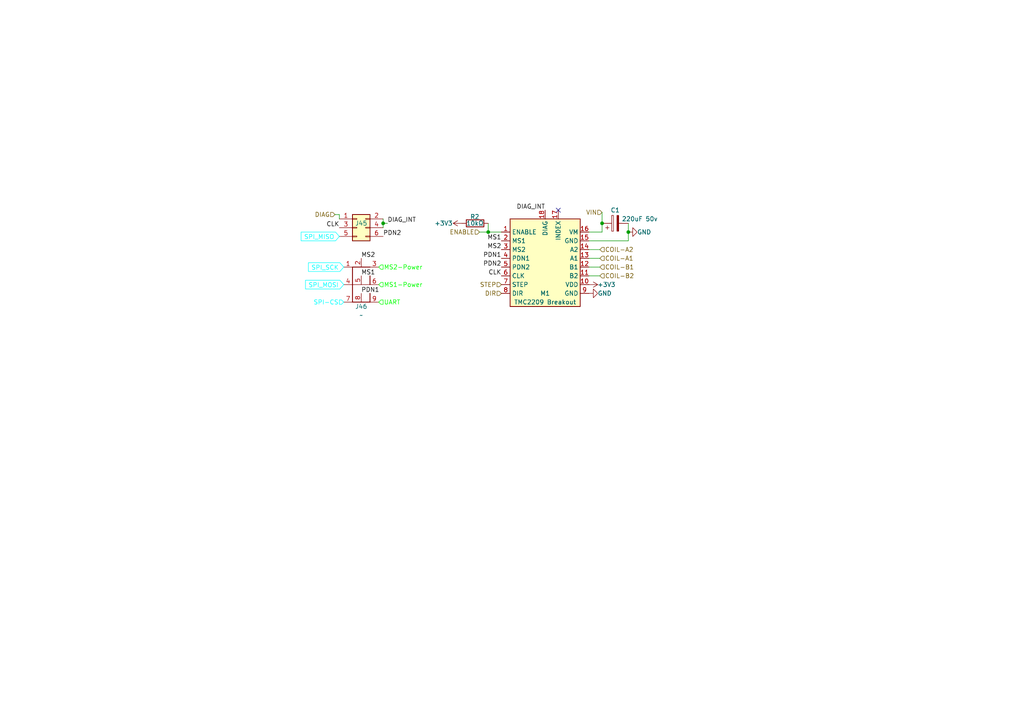
<source format=kicad_sch>
(kicad_sch (version 20231120) (generator "eeschema") (generator_version "8.0")
  (paper "A4")
  (lib_symbols
    (symbol "Connector_Generic:Conn_02x03_Odd_Even" (pin_names (offset 1.016) hide)
      (property "Reference" "J" (at 1.27 5.08 0))
      (property "Value" "Conn_02x03_Odd_Even" (at 1.27 -5.08 0))
      (symbol "Conn_02x03_Odd_Even_1_1"
        (rectangle (start -1.27 -2.413) (end 0 -2.667) (stroke (width 0.1524)))
        (rectangle (start -1.27 0.127) (end 0 -0.127) (stroke (width 0.1524)))
        (rectangle (start -1.27 2.667) (end 0 2.413) (stroke (width 0.1524)))
        (rectangle (start -1.27 3.81) (end 3.81 -3.81) (stroke (width 0.254)) (fill (type background)))
        (rectangle (start 3.81 -2.413) (end 2.54 -2.667) (stroke (width 0.1524)))
        (rectangle (start 3.81 0.127) (end 2.54 -0.127) (stroke (width 0.1524)))
        (rectangle (start 3.81 2.667) (end 2.54 2.413) (stroke (width 0.1524)))
        (pin passive line (at -5.08 2.54 0) (length 3.81) (name "Pin_1") (number "1"))
        (pin passive line (at 7.62 2.54 180) (length 3.81) (name "Pin_2") (number "2"))
        (pin passive line (at -5.08 0 0) (length 3.81) (name "Pin_3") (number "3"))
        (pin passive line (at 7.62 0 180) (length 3.81) (name "Pin_4") (number "4"))
        (pin passive line (at -5.08 -2.54 0) (length 3.81) (name "Pin_5") (number "5"))
        (pin passive line (at 7.62 -2.54 180) (length 3.81) (name "Pin_6") (number "6"))
      )
    )
    (symbol "CustomSymbols:3x9_Pin_Connector"
      (property "Reference" "M" (at 0 0 0))
      (symbol "3x9_Pin_Connector_0_1"
        (polyline (pts (xy -2.54 6.35) (xy 2.54 6.35)))
      )
      (symbol "3x9_Pin_Connector_1_1"
        (polyline (pts (xy 2.54 1.27) (xy 2.54 3.81)) (stroke (width 0.254)))
        (polyline (pts (xy 2.54 6.35) (xy 2.54 8.89)) (stroke (width 0.254)))
        (polyline (pts (xy 2.54 1.27) (xy -2.54 1.27) (xy -2.54 11.43) (xy 2.54 11.43)) (stroke (width 0.254)))
        (pin bidirectional line (at -5.08 11.43 0) (length 2.54) (name "") (number "1"))
        (pin bidirectional line (at 0 13.97 270) (length 2.54) (name "") (number "2"))
        (pin bidirectional line (at 5.08 11.43 180) (length 2.54) (name "") (number "3"))
        (pin bidirectional line (at -5.08 6.35 0) (length 2.54) (name "") (number "4"))
        (pin bidirectional line (at 0 8.89 270) (length 2.54) (name "") (number "5"))
        (pin bidirectional line (at 5.08 6.35 180) (length 2.54) (name "") (number "6"))
        (pin bidirectional line (at -5.08 1.27 0) (length 2.54) (name "") (number "7"))
        (pin bidirectional line (at 0 3.81 270) (length 2.54) (name "") (number "8"))
        (pin bidirectional line (at 5.08 1.27 180) (length 2.54) (name "") (number "9"))
      )
    )
    (symbol "CustomSymbols:TMC2209 StepStick Breakout"
      (property "Reference" "M" (at 1.27 -3.81 0))
      (property "Value" "TMC2209 Breakout" (at 11.43 -7.62 0))
      (symbol "TMC2209 StepStick Breakout_0_1"
        (rectangle (start -7.62 16.51) (end 12.7 -8.89) (stroke (width 0.254)) (fill (type background)))
      )
      (symbol "TMC2209 StepStick Breakout_1_1"
        (pin input line (at -10.16 12.7 0) (length 2.54) (name "ENABLE") (number "1"))
        (pin input line (at 15.24 -2.54 180) (length 2.54) (name "VDD") (number "10"))
        (pin output line (at 15.24 0 180) (length 2.54) (name "B2") (number "11"))
        (pin output line (at 15.24 2.54 180) (length 2.54) (name "B1") (number "12"))
        (pin output line (at 15.24 5.08 180) (length 2.54) (name "A1") (number "13"))
        (pin output line (at 15.24 7.62 180) (length 2.54) (name "A2") (number "14"))
        (pin input line (at 15.24 10.16 180) (length 2.54) (name "GND") (number "15"))
        (pin input line (at 15.24 12.7 180) (length 2.54) (name "VM") (number "16"))
        (pin input line (at 6.35 19.05 270) (length 2.54) (name "INDEX") (number "17"))
        (pin output line (at 2.54 19.05 270) (length 2.54) (name "DIAG") (number "18"))
        (pin input line (at -10.16 10.16 0) (length 2.54) (name "MS1") (number "2"))
        (pin input line (at -10.16 7.62 0) (length 2.54) (name "MS2") (number "3"))
        (pin output line (at -10.16 5.08 0) (length 2.54) (name "PDN1") (number "4"))
        (pin output line (at -10.16 2.54 0) (length 2.54) (name "PDN2") (number "5"))
        (pin input line (at -10.16 0 0) (length 2.54) (name "CLK") (number "6"))
        (pin input line (at -10.16 -2.54 0) (length 2.54) (name "STEP") (number "7"))
        (pin input line (at -10.16 -5.08 0) (length 2.54) (name "DIR") (number "8"))
        (pin input line (at 15.24 -5.08 180) (length 2.54) (name "GND") (number "9"))
      )
    )
    (symbol "Device:C_Polarized" (pin_numbers hide) (pin_names (offset 0.254))
      (property "Reference" "C" (at 0.635 2.54 0))
      (property "Value" "C_Polarized" (at 0.635 -2.54 0))
      (symbol "C_Polarized_0_1"
        (rectangle (start -2.286 0.508) (end 2.286 1.016))
        (polyline (pts (xy -1.778 2.286) (xy -0.762 2.286)))
        (polyline (pts (xy -1.27 2.794) (xy -1.27 1.778)))
        (rectangle (start 2.286 -0.508) (end -2.286 -1.016) (fill (type outline)))
      )
      (symbol "C_Polarized_1_1"
        (pin passive line (at 0 3.81 270) (length 2.794) (name "~") (number "1"))
        (pin passive line (at 0 -3.81 90) (length 2.794) (name "~") (number "2"))
      )
    )
    (symbol "Device:R" (pin_numbers hide) (pin_names (offset 0))
      (property "Reference" "R" (at 2.032 0 90))
      (property "Value" "R" (at 0 0 90))
      (symbol "R_0_1"
        (rectangle (start -1.016 -2.54) (end 1.016 2.54) (stroke (width 0.254)))
      )
      (symbol "R_1_1"
        (pin passive line (at 0 3.81 270) (length 1.27) (name "~") (number "1"))
        (pin passive line (at 0 -3.81 90) (length 1.27) (name "~") (number "2"))
      )
    )
    (symbol "power:+3V3" (power) (pin_names (offset 0))
      (property "Value" "+3V3" (at 0 3.556 0))
      (symbol "+3V3_0_1"
        (polyline (pts (xy -0.762 1.27) (xy 0 2.54)))
        (polyline (pts (xy 0 0) (xy 0 2.54)))
        (polyline (pts (xy 0 2.54) (xy 0.762 1.27)))
      )
      (symbol "+3V3_1_1"
        (pin power_in line (at 0 0 90) (length 0) hide (name "+3V3") (number "1"))
      )
    )
    (symbol "power:GND" (power) (pin_names (offset 0))
      (property "Value" "GND" (at 0 -3.81 0))
      (symbol "GND_0_1"
        (polyline (pts (xy 0 0) (xy 0 -1.27) (xy 1.27 -1.27) (xy 0 -2.54) (xy -1.27 -1.27) (xy 0 -1.27)))
      )
      (symbol "GND_1_1"
        (pin power_in line (at 0 0 270) (length 0) hide (name "GND") (number "1"))
      )
    )
  )
  (junction (at 111.125 64.77))
  (junction (at 174.625 64.77))
  (junction (at 182.245 67.31))
  (junction (at 141.605 67.31))
  (no_connect (at 161.925 60.96))
  (wire (pts (xy 111.125 64.77) (xy 111.125 66.04)))
  (wire (pts (xy 97.155 62.23) (xy 98.425 62.23)))
  (wire (pts (xy 170.815 77.47) (xy 173.99 77.47)))
  (wire (pts (xy 141.605 64.77) (xy 141.605 67.31)))
  (wire (pts (xy 141.605 67.31) (xy 145.415 67.31)))
  (wire (pts (xy 174.625 61.595) (xy 174.625 64.77)))
  (wire (pts (xy 111.125 63.5) (xy 111.125 64.77)))
  (wire (pts (xy 182.245 64.77) (xy 182.245 67.31)))
  (wire (pts (xy 170.815 74.93) (xy 173.99 74.93)))
  (wire (pts (xy 112.395 64.77) (xy 111.125 64.77)))
  (wire (pts (xy 98.425 62.23) (xy 98.425 63.5)))
  (wire (pts (xy 139.065 67.31) (xy 141.605 67.31)))
  (wire (pts (xy 182.245 69.85) (xy 170.815 69.85)))
  (wire (pts (xy 170.815 72.39) (xy 173.99 72.39)))
  (wire (pts (xy 170.815 80.01) (xy 173.99 80.01)))
  (wire (pts (xy 174.625 67.31) (xy 170.815 67.31)))
  (wire (pts (xy 174.625 64.77) (xy 174.625 67.31)))
  (wire (pts (xy 182.245 67.31) (xy 182.245 69.85)))
  (label "PDN1" (at 104.775 85.09 0))
  (label "PDN1" (at 145.415 74.93 180))
  (label "DIAG_INT" (at 112.395 64.77 0))
  (label "MS2" (at 104.775 74.93 0))
  (label "MS1" (at 104.775 80.01 0))
  (label "PDN2" (at 111.125 68.58 0))
  (label "CLK" (at 98.425 66.04 180))
  (label "CLK" (at 145.415 80.01 180))
  (label "MS1" (at 145.415 69.85 180))
  (label "DIAG_INT" (at 158.115 60.96 180))
  (label "PDN2" (at 145.415 77.47 180))
  (label "MS2" (at 145.415 72.39 180))
  (global_label "SPI_MISO" (shape input) (at 98.425 68.58 180) (property "Intersheetrefs" "${INTERSHEET_REFS}" (effects (hide yes))))
  (global_label "SPI_MOSI" (shape input) (at 99.695 82.55 180) (property "Intersheetrefs" "${INTERSHEET_REFS}" (effects (hide yes))))
  (global_label "SPI_SCK" (shape input) (at 99.695 77.47 180) (property "Intersheetrefs" "${INTERSHEET_REFS}" (effects (hide yes))))
  (hierarchical_label "STEP" (shape input) (at 145.415 82.55 180))
  (hierarchical_label "VIN" (shape input) (at 174.625 61.595 180))
  (hierarchical_label "COIL-B2" (shape input) (at 173.99 80.01 0))
  (hierarchical_label "ENABLE" (shape input) (at 139.065 67.31 180))
  (hierarchical_label "MS1-Power" (shape input) (at 109.855 82.55 0))
  (hierarchical_label "COIL-A1" (shape input) (at 173.99 74.93 0))
  (hierarchical_label "MS2-Power" (shape input) (at 109.855 77.47 0))
  (hierarchical_label "COIL-B1" (shape input) (at 173.99 77.47 0))
  (hierarchical_label "COIL-A2" (shape input) (at 173.99 72.39 0))
  (hierarchical_label "DIAG" (shape input) (at 97.155 62.23 180))
  (hierarchical_label "UART" (shape input) (at 109.855 87.63 0))
  (hierarchical_label "DIR" (shape input) (at 145.415 85.09 180))
  (hierarchical_label "SPI-CS" (shape input) (at 99.695 87.63 180))
  (symbol (lib_id "CustomSymbols:TMC2209 StepStick Breakout") (at 155.575 80.01 0) (unit 1)
    (property "Reference" "M1" (at 158.115 85.09 0))
    (property "Value" "TMC2209 Breakout" (at 158.115 87.63 0))
    (property "Footprint" "CustomFootprints:TMC2209 Footprint" (effects (hide yes)))
  )
  (symbol (lib_id "Device:R") (at 137.795 64.77 90) (unit 1)
    (property "Reference" "R2" (at 139.065 62.865 90) (effects (justify left)))
    (property "Value" "10kΩ" (at 140.335 64.77 90) (effects (justify left)))
    (property "Footprint" "PCM_Resistor_SMD_AKL:R_0603_1608Metric" (effects (hide yes)))
  )
  (symbol (lib_id "power:+3V3") (at 170.815 82.55 270) (unit 1)
    (property "Reference" "#PWR047" (effects (hide yes)))
    (property "Value" "+3V3" (at 175.895 82.55 90))
  )
  (symbol (lib_id "Connector_Generic:Conn_02x03_Odd_Even") (at 103.505 66.04 0) (unit 1)
    (property "Reference" "J45" (at 104.775 64.77 0))
    (property "Value" "Conn_02x03_Odd_Even" (effects (hide yes)))
    (property "Footprint" "Connector_PinHeader_2.54mm:PinHeader_2x03_P2.54mm_Vertical" (effects (hide yes)))
    (property "Description" "Generic connector, double row, 02x03, odd/even pin numbering scheme (row 1 odd numbers, row 2 even numbers), script generated (kicad-library-utils/schlib/autogen/connector/)" (effects (hide yes)))
  )
  (symbol (lib_id "power:GND") (at 182.245 67.31 90) (unit 1)
    (property "Reference" "#PWR049" (effects (hide yes)))
    (property "Value" "GND" (at 184.785 67.31 90) (effects (justify right)))
  )
  (symbol (lib_id "power:+3V3") (at 133.985 64.77 90) (unit 1)
    (property "Reference" "#PWR046" (effects (hide yes)))
    (property "Value" "+3V3" (at 128.651 64.77 90))
  )
  (symbol (lib_id "Device:C_Polarized") (at 178.435 64.77 90) (unit 1)
    (property "Reference" "C1" (at 178.435 60.96 90))
    (property "Value" "220uF 50v" (at 180.34 63.5 90) (effects (justify right)))
    (property "Footprint" "Capacitor_SMD:CP_Elec_10x10" (effects (hide yes)))
    (property "LCSC" "C125977" (effects (hide yes)))
  )
  (symbol (lib_id "CustomSymbols:3x9_Pin_Connector") (at 104.775 88.9 0) (unit 1)
    (property "Reference" "J46" (at 104.775 88.9 0))
    (property "Value" "~" (at 104.775 91.44 0))
    (property "Footprint" "CustomFootprints:PinHeader 3x03 P2.54mm" (effects (hide yes)))
  )
  (symbol (lib_id "power:GND") (at 170.815 85.09 90) (unit 1)
    (property "Reference" "#PWR048" (effects (hide yes)))
    (property "Value" "GND" (at 175.387 85.09 90))
  )
)
</source>
